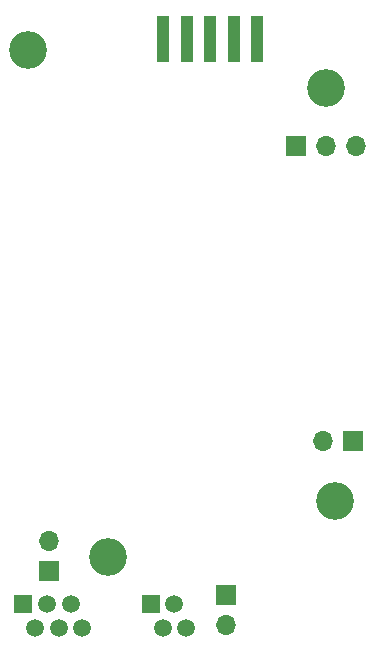
<source format=gbr>
%TF.GenerationSoftware,KiCad,Pcbnew,7.0.8-7.0.8~ubuntu22.04.1*%
%TF.CreationDate,2023-10-23T06:40:44-04:00*%
%TF.ProjectId,DDRN_Hardware,4444524e-5f48-4617-9264-776172652e6b,rev?*%
%TF.SameCoordinates,Original*%
%TF.FileFunction,Soldermask,Bot*%
%TF.FilePolarity,Negative*%
%FSLAX46Y46*%
G04 Gerber Fmt 4.6, Leading zero omitted, Abs format (unit mm)*
G04 Created by KiCad (PCBNEW 7.0.8-7.0.8~ubuntu22.04.1) date 2023-10-23 06:40:44*
%MOMM*%
%LPD*%
G01*
G04 APERTURE LIST*
%ADD10R,1.700000X1.700000*%
%ADD11O,1.700000X1.700000*%
%ADD12R,1.000000X4.000000*%
%ADD13R,1.500000X1.500000*%
%ADD14C,1.500000*%
%ADD15C,3.200000*%
G04 APERTURE END LIST*
D10*
%TO.C,J7*%
X73600000Y-140950000D03*
D11*
X73600000Y-143490000D03*
%TD*%
D10*
%TO.C,J9*%
X84375000Y-127950000D03*
D11*
X81835000Y-127950000D03*
%TD*%
D10*
%TO.C,J6*%
X58600000Y-138975000D03*
D11*
X58600000Y-136435000D03*
%TD*%
D10*
%TO.C,J1*%
X79575000Y-102950000D03*
D11*
X82115000Y-102950000D03*
X84655000Y-102950000D03*
%TD*%
D12*
%TO.C,J8*%
X76290000Y-93935000D03*
X74290000Y-93935000D03*
X72290000Y-93935000D03*
X70290000Y-93935000D03*
X68290000Y-93935000D03*
%TD*%
D13*
%TO.C,J5*%
X56462500Y-141750000D03*
D14*
X57462500Y-143750000D03*
X58462500Y-141750000D03*
X59462500Y-143750000D03*
X60462500Y-141750000D03*
X61462500Y-143750000D03*
%TD*%
D13*
%TO.C,J4*%
X67262500Y-141750000D03*
D14*
X68262500Y-143750000D03*
X69262500Y-141750000D03*
X70262500Y-143750000D03*
%TD*%
D15*
%TO.C,H3*%
X82862500Y-133050000D03*
%TD*%
%TO.C,H4*%
X63662500Y-137750000D03*
%TD*%
%TO.C,H1*%
X82062500Y-98050000D03*
%TD*%
%TO.C,H2*%
X56850000Y-94850000D03*
%TD*%
M02*

</source>
